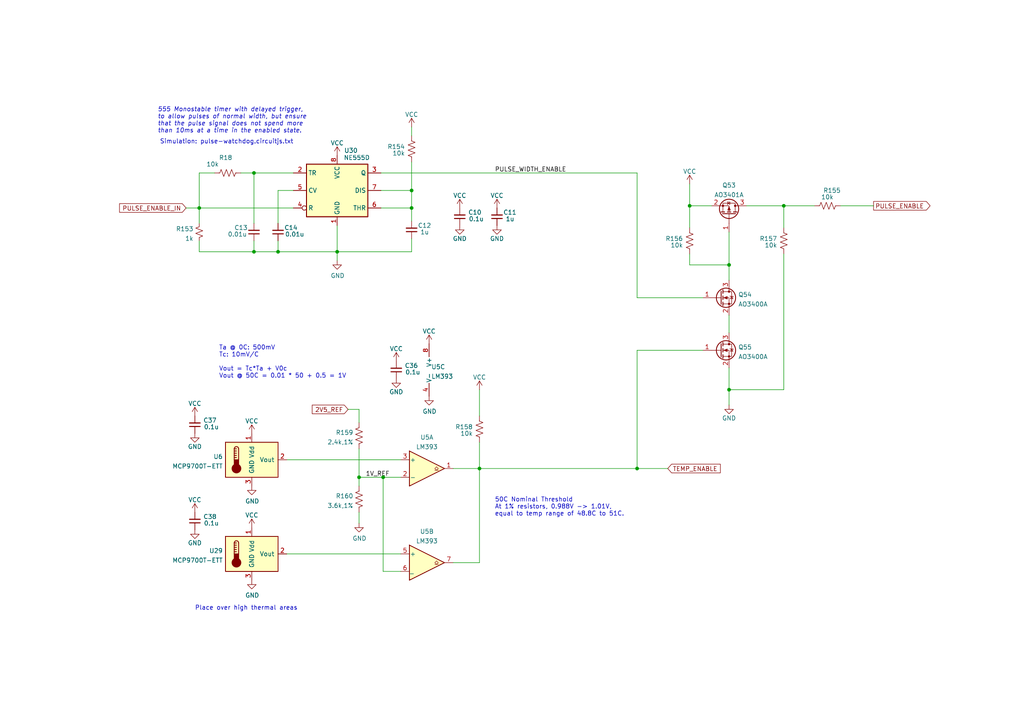
<source format=kicad_sch>
(kicad_sch (version 20211123) (generator eeschema)
  (paper "A4")
  (title_block (title "Luminator MAX3000 Custom Driver Board") (date "2023-03-21") (rev "E"))
  (lib_symbols
    (symbol "Comparator:LM393" (pin_names (offset 0.127))
      (property "Reference" "U" (at 3.81 3.81 0))
      (property "Value" "LM393" (at 6.35 -3.81 0))
      (symbol "LM393_1_1"
        (polyline (pts (xy -5.08 5.08) (xy 5.08 0) (xy -5.08 -5.08) (xy -5.08 5.08)) (stroke (width 0.254)) (fill (type background)))
        (polyline (pts (xy 3.302 -0.508) (xy 2.794 -0.508) (xy 3.302 0) (xy 2.794 0.508) (xy 2.286 0) (xy 2.794 -0.508) (xy 2.286 -0.508)) (stroke (width 0.127)))
        (pin open_collector line (at 7.62 0 180) (length 2.54) (name "~") (number "1"))
        (pin input line (at -7.62 -2.54 0) (length 2.54) (name "-") (number "2"))
        (pin input line (at -7.62 2.54 0) (length 2.54) (name "+") (number "3"))
      )
      (symbol "LM393_2_1"
        (polyline (pts (xy -5.08 5.08) (xy 5.08 0) (xy -5.08 -5.08) (xy -5.08 5.08)) (stroke (width 0.254)) (fill (type background)))
        (polyline (pts (xy 3.302 -0.508) (xy 2.794 -0.508) (xy 3.302 0) (xy 2.794 0.508) (xy 2.286 0) (xy 2.794 -0.508) (xy 2.286 -0.508)) (stroke (width 0.127)))
        (pin input line (at -7.62 2.54 0) (length 2.54) (name "+") (number "5"))
        (pin input line (at -7.62 -2.54 0) (length 2.54) (name "_") (number "6"))
        (pin open_collector line (at 7.62 0 180) (length 2.54) (name "~") (number "7"))
      )
      (symbol "LM393_3_1"
        (pin power_in line (at -2.54 -7.62 90) (length 3.81) (name "V-") (number "4"))
        (pin power_in line (at -2.54 7.62 270) (length 3.81) (name "V+") (number "8"))
      )
    )
    (symbol "Device:C_Small" (pin_numbers hide) (pin_names (offset 0.254) hide)
      (property "Reference" "C" (at 0.254 1.778 0))
      (property "Value" "C_Small" (at 0.254 -2.032 0))
      (symbol "C_Small_0_1"
        (polyline (pts (xy -1.524 -0.508) (xy 1.524 -0.508)) (stroke (width 0.3302)))
        (polyline (pts (xy -1.524 0.508) (xy 1.524 0.508)) (stroke (width 0.3048)))
      )
      (symbol "C_Small_1_1"
        (pin passive line (at 0 2.54 270) (length 2.032) (name "~") (number "1"))
        (pin passive line (at 0 -2.54 90) (length 2.032) (name "~") (number "2"))
      )
    )
    (symbol "Device:Q_PMOS_GSD" (pin_names (offset 0) hide)
      (property "Reference" "Q" (at 5.08 1.27 0))
      (property "Value" "Q_PMOS_GSD" (at 5.08 -1.27 0))
      (symbol "Q_PMOS_GSD_0_1"
        (polyline (pts (xy 0.254 0) (xy -2.54 0)))
        (polyline (pts (xy 0.254 1.905) (xy 0.254 -1.905)) (stroke (width 0.254)))
        (polyline (pts (xy 0.762 -1.27) (xy 0.762 -2.286)) (stroke (width 0.254)))
        (polyline (pts (xy 0.762 0.508) (xy 0.762 -0.508)) (stroke (width 0.254)))
        (polyline (pts (xy 0.762 2.286) (xy 0.762 1.27)) (stroke (width 0.254)))
        (polyline (pts (xy 2.54 2.54) (xy 2.54 1.778)))
        (polyline (pts (xy 2.54 -2.54) (xy 2.54 0) (xy 0.762 0)))
        (polyline (pts (xy 0.762 1.778) (xy 3.302 1.778) (xy 3.302 -1.778) (xy 0.762 -1.778)))
        (polyline (pts (xy 2.286 0) (xy 1.27 0.381) (xy 1.27 -0.381) (xy 2.286 0)) (fill (type outline)))
        (polyline (pts (xy 2.794 -0.508) (xy 2.921 -0.381) (xy 3.683 -0.381) (xy 3.81 -0.254)))
        (polyline (pts (xy 3.302 -0.381) (xy 2.921 0.254) (xy 3.683 0.254) (xy 3.302 -0.381)))
        (circle (center 1.651 0) (radius 2.794) (stroke (width 0.254)))
        (circle (center 2.54 -1.778) (radius 0.254) (fill (type outline)))
        (circle (center 2.54 1.778) (radius 0.254) (fill (type outline)))
      )
      (symbol "Q_PMOS_GSD_1_1"
        (pin input line (at -5.08 0 0) (length 2.54) (name "G") (number "1"))
        (pin passive line (at 2.54 -5.08 90) (length 2.54) (name "S") (number "2"))
        (pin passive line (at 2.54 5.08 270) (length 2.54) (name "D") (number "3"))
      )
    )
    (symbol "Device:R_Small_US" (pin_numbers hide) (pin_names (offset 0.254) hide)
      (property "Reference" "R" (at 0.762 0.508 0))
      (property "Value" "R_Small_US" (at 0.762 -1.016 0))
      (symbol "R_Small_US_1_1"
        (polyline (pts (xy 0 0) (xy 1.016 -0.381) (xy 0 -0.762) (xy -1.016 -1.143) (xy 0 -1.524)))
        (polyline (pts (xy 0 1.524) (xy 1.016 1.143) (xy 0 0.762) (xy -1.016 0.381) (xy 0 0)))
        (pin passive line (at 0 2.54 270) (length 1.016) (name "~") (number "1"))
        (pin passive line (at 0 -2.54 90) (length 1.016) (name "~") (number "2"))
      )
    )
    (symbol "Device:R_US" (pin_numbers hide) (pin_names (offset 0))
      (property "Reference" "R" (at 2.54 0 90))
      (property "Value" "R_US" (at -2.54 0 90))
      (symbol "R_US_0_1"
        (polyline (pts (xy 0 -2.286) (xy 0 -2.54)))
        (polyline (pts (xy 0 2.286) (xy 0 2.54)))
        (polyline (pts (xy 0 -0.762) (xy 1.016 -1.143) (xy 0 -1.524) (xy -1.016 -1.905) (xy 0 -2.286)))
        (polyline (pts (xy 0 0.762) (xy 1.016 0.381) (xy 0 0) (xy -1.016 -0.381) (xy 0 -0.762)))
        (polyline (pts (xy 0 2.286) (xy 1.016 1.905) (xy 0 1.524) (xy -1.016 1.143) (xy 0 0.762)))
      )
      (symbol "R_US_1_1"
        (pin passive line (at 0 3.81 270) (length 1.27) (name "~") (number "1"))
        (pin passive line (at 0 -3.81 90) (length 1.27) (name "~") (number "2"))
      )
    )
    (symbol "Sensor_Temperature:MCP9700T-ETT" (pin_names (offset 1.016))
      (property "Reference" "U" (at -6.35 6.35 0))
      (property "Value" "MCP9700T-ETT" (at 1.27 6.35 0))
      (symbol "MCP9700T-ETT_0_1"
        (rectangle (start -7.62 5.08) (end 7.62 -5.08) (stroke (width 0.254)) (fill (type background)))
        (circle (center -4.445 -2.54) (radius 1.27) (stroke (width 0.254)) (fill (type outline)))
        (rectangle (start -3.81 -1.905) (end -5.08 0) (stroke (width 0.254)) (fill (type outline)))
        (arc (start -3.81 3.175) (mid -4.445 3.81) (end -5.08 3.175) (stroke (width 0.254)))
        (polyline (pts (xy -5.08 0.635) (xy -4.445 0.635)) (stroke (width 0.254)))
        (polyline (pts (xy -5.08 1.27) (xy -4.445 1.27)) (stroke (width 0.254)))
        (polyline (pts (xy -5.08 1.905) (xy -4.445 1.905)) (stroke (width 0.254)))
        (polyline (pts (xy -5.08 2.54) (xy -4.445 2.54)) (stroke (width 0.254)))
        (polyline (pts (xy -5.08 3.175) (xy -5.08 0)) (stroke (width 0.254)))
        (polyline (pts (xy -5.08 3.175) (xy -4.445 3.175)) (stroke (width 0.254)))
        (polyline (pts (xy -3.81 3.175) (xy -3.81 0)) (stroke (width 0.254)))
      )
      (symbol "MCP9700T-ETT_1_1"
        (pin power_in line (at 0 7.62 270) (length 2.54) (name "Vdd") (number "1"))
        (pin output line (at 10.16 0 180) (length 2.54) (name "Vout") (number "2"))
        (pin power_in line (at 0 -7.62 90) (length 2.54) (name "GND") (number "3"))
      )
    )
    (symbol "Timer:NE555D"
      (property "Reference" "U" (at -10.16 8.89 0))
      (property "Value" "NE555D" (at 2.54 8.89 0))
      (symbol "NE555D_0_0"
        (pin power_in line (at 0 -10.16 90) (length 2.54) (name "GND") (number "1"))
        (pin power_in line (at 0 10.16 270) (length 2.54) (name "VCC") (number "8"))
      )
      (symbol "NE555D_0_1"
        (rectangle (start -8.89 -7.62) (end 8.89 7.62) (stroke (width 0.254)) (fill (type background)))
        (rectangle (start -8.89 -7.62) (end 8.89 7.62) (stroke (width 0.254)) (fill (type background)))
      )
      (symbol "NE555D_1_1"
        (pin input line (at -12.7 5.08 0) (length 3.81) (name "TR") (number "2"))
        (pin output line (at 12.7 5.08 180) (length 3.81) (name "Q") (number "3"))
        (pin input inverted (at -12.7 -5.08 0) (length 3.81) (name "R") (number "4"))
        (pin input line (at -12.7 0 0) (length 3.81) (name "CV") (number "5"))
        (pin input line (at 12.7 -5.08 180) (length 3.81) (name "THR") (number "6"))
        (pin input line (at 12.7 0 180) (length 3.81) (name "DIS") (number "7"))
      )
    )
    (symbol "Transistor_FET:BSS138" (pin_names hide)
      (property "Reference" "Q" (at 5.08 1.905 0))
      (property "Value" "BSS138" (at 5.08 0 0))
      (symbol "BSS138_0_1"
        (polyline (pts (xy 0.254 0) (xy -2.54 0)))
        (polyline (pts (xy 0.254 1.905) (xy 0.254 -1.905)) (stroke (width 0.254)))
        (polyline (pts (xy 0.762 -1.27) (xy 0.762 -2.286)) (stroke (width 0.254)))
        (polyline (pts (xy 0.762 0.508) (xy 0.762 -0.508)) (stroke (width 0.254)))
        (polyline (pts (xy 0.762 2.286) (xy 0.762 1.27)) (stroke (width 0.254)))
        (polyline (pts (xy 2.54 2.54) (xy 2.54 1.778)))
        (polyline (pts (xy 2.54 -2.54) (xy 2.54 0) (xy 0.762 0)))
        (polyline (pts (xy 0.762 -1.778) (xy 3.302 -1.778) (xy 3.302 1.778) (xy 0.762 1.778)))
        (polyline (pts (xy 1.016 0) (xy 2.032 0.381) (xy 2.032 -0.381) (xy 1.016 0)) (fill (type outline)))
        (polyline (pts (xy 2.794 0.508) (xy 2.921 0.381) (xy 3.683 0.381) (xy 3.81 0.254)))
        (polyline (pts (xy 3.302 0.381) (xy 2.921 -0.254) (xy 3.683 -0.254) (xy 3.302 0.381)))
        (circle (center 1.651 0) (radius 2.794) (stroke (width 0.254)))
        (circle (center 2.54 -1.778) (radius 0.254) (fill (type outline)))
        (circle (center 2.54 1.778) (radius 0.254) (fill (type outline)))
      )
      (symbol "BSS138_1_1"
        (pin input line (at -5.08 0 0) (length 2.54) (name "G") (number "1"))
        (pin passive line (at 2.54 -5.08 90) (length 2.54) (name "S") (number "2"))
        (pin passive line (at 2.54 5.08 270) (length 2.54) (name "D") (number "3"))
      )
    )
    (symbol "power:GND" (power) (pin_names (offset 0))
      (property "Value" "GND" (at 0 -3.81 0))
      (symbol "GND_0_1"
        (polyline (pts (xy 0 0) (xy 0 -1.27) (xy 1.27 -1.27) (xy 0 -2.54) (xy -1.27 -1.27) (xy 0 -1.27)))
      )
      (symbol "GND_1_1"
        (pin power_in line (at 0 0 270) (length 0) hide (name "GND") (number "1"))
      )
    )
    (symbol "power:VCC" (power) (pin_names (offset 0))
      (property "Value" "VCC" (at 0 3.81 0))
      (symbol "VCC_0_1"
        (polyline (pts (xy -0.762 1.27) (xy 0 2.54)))
        (polyline (pts (xy 0 0) (xy 0 2.54)))
        (polyline (pts (xy 0 2.54) (xy 0.762 1.27)))
      )
      (symbol "VCC_1_1"
        (pin power_in line (at 0 0 90) (length 0) hide (name "VCC") (number "1"))
      )
    )
  )
  (junction (at 73.66 73.025))
  (junction (at 211.455 76.835))
  (junction (at 73.66 50.165))
  (junction (at 97.79 73.025))
  (junction (at 211.455 113.03))
  (junction (at 111.125 138.43))
  (junction (at 80.645 73.025))
  (junction (at 104.14 138.43))
  (junction (at 57.785 60.325))
  (junction (at 184.785 135.89))
  (junction (at 119.38 60.325))
  (junction (at 139.065 135.89))
  (junction (at 200.025 59.69))
  (junction (at 227.33 59.69))
  (junction (at 119.38 55.245))
  (wire (pts (xy 139.065 113.03) (xy 139.065 120.65)))
  (wire (pts (xy 139.065 135.89) (xy 184.785 135.89)))
  (wire (pts (xy 119.38 36.83) (xy 119.38 39.37)))
  (wire (pts (xy 80.645 69.85) (xy 80.645 73.025)))
  (wire (pts (xy 57.785 60.325) (xy 57.785 64.77)))
  (wire (pts (xy 211.455 113.03) (xy 211.455 106.68)))
  (wire (pts (xy 227.33 113.03) (xy 211.455 113.03)))
  (wire (pts (xy 184.785 135.89) (xy 193.675 135.89)))
  (wire (pts (xy 139.065 163.195) (xy 139.065 135.89)))
  (wire (pts (xy 139.065 128.27) (xy 139.065 135.89)))
  (wire (pts (xy 184.785 135.89) (xy 184.785 101.6)))
  (wire (pts (xy 73.66 69.85) (xy 73.66 73.025)))
  (wire (pts (xy 227.33 59.69) (xy 236.22 59.69)))
  (wire (pts (xy 243.84 59.69) (xy 253.365 59.69)))
  (wire (pts (xy 104.14 138.43) (xy 104.14 140.97)))
  (wire (pts (xy 53.975 60.325) (xy 57.785 60.325)))
  (wire (pts (xy 184.785 50.165) (xy 184.785 86.36)))
  (wire (pts (xy 216.535 59.69) (xy 227.33 59.69)))
  (wire (pts (xy 184.785 101.6) (xy 203.835 101.6)))
  (wire (pts (xy 200.025 53.34) (xy 200.025 59.69)))
  (wire (pts (xy 110.49 60.325) (xy 119.38 60.325)))
  (wire (pts (xy 73.66 50.165) (xy 85.09 50.165)))
  (wire (pts (xy 73.66 73.025) (xy 80.645 73.025)))
  (wire (pts (xy 110.49 50.165) (xy 184.785 50.165)))
  (wire (pts (xy 119.38 55.245) (xy 119.38 60.325)))
  (wire (pts (xy 110.49 55.245) (xy 119.38 55.245)))
  (wire (pts (xy 104.14 138.43) (xy 111.125 138.43)))
  (wire (pts (xy 227.33 59.69) (xy 227.33 66.04)))
  (wire (pts (xy 111.125 165.735) (xy 111.125 138.43)))
  (wire (pts (xy 111.125 138.43) (xy 116.205 138.43)))
  (wire (pts (xy 57.785 50.165) (xy 62.23 50.165)))
  (wire (pts (xy 184.785 86.36) (xy 203.835 86.36)))
  (wire (pts (xy 116.205 160.655) (xy 83.185 160.655)))
  (wire (pts (xy 119.38 55.245) (xy 119.38 46.99)))
  (wire (pts (xy 131.445 163.195) (xy 139.065 163.195)))
  (wire (pts (xy 119.38 69.215) (xy 119.38 73.025)))
  (wire (pts (xy 211.455 113.03) (xy 211.455 117.475)))
  (wire (pts (xy 200.025 76.835) (xy 200.025 73.66)))
  (wire (pts (xy 100.965 118.745) (xy 104.14 118.745)))
  (wire (pts (xy 57.785 60.325) (xy 57.785 50.165)))
  (wire (pts (xy 57.785 69.85) (xy 57.785 73.025)))
  (wire (pts (xy 131.445 135.89) (xy 139.065 135.89)))
  (wire (pts (xy 97.79 73.025) (xy 119.38 73.025)))
  (wire (pts (xy 57.785 60.325) (xy 85.09 60.325)))
  (wire (pts (xy 206.375 59.69) (xy 200.025 59.69)))
  (wire (pts (xy 85.09 55.245) (xy 80.645 55.245)))
  (wire (pts (xy 80.645 55.245) (xy 80.645 64.77)))
  (wire (pts (xy 73.66 50.165) (xy 73.66 64.77)))
  (wire (pts (xy 97.79 73.025) (xy 97.79 65.405)))
  (wire (pts (xy 200.025 59.69) (xy 200.025 66.04)))
  (wire (pts (xy 104.14 118.745) (xy 104.14 122.555)))
  (wire (pts (xy 227.33 73.66) (xy 227.33 113.03)))
  (wire (pts (xy 57.785 73.025) (xy 73.66 73.025)))
  (wire (pts (xy 104.14 148.59) (xy 104.14 151.765)))
  (wire (pts (xy 116.205 133.35) (xy 83.185 133.35)))
  (wire (pts (xy 211.455 76.835) (xy 211.455 81.28)))
  (wire (pts (xy 97.79 75.565) (xy 97.79 73.025)))
  (wire (pts (xy 211.455 67.31) (xy 211.455 76.835)))
  (wire (pts (xy 119.38 60.325) (xy 119.38 64.135)))
  (wire (pts (xy 104.14 130.175) (xy 104.14 138.43)))
  (wire (pts (xy 116.205 165.735) (xy 111.125 165.735)))
  (wire (pts (xy 211.455 91.44) (xy 211.455 96.52)))
  (wire (pts (xy 80.645 73.025) (xy 97.79 73.025)))
  (wire (pts (xy 69.85 50.165) (xy 73.66 50.165)))
  (wire (pts (xy 211.455 76.835) (xy 200.025 76.835)))
  (text "Place over high thermal areas" (at 56.515 177.165 0) (effects (font (size 1.27 1.27)) (justify left bottom)))
  (text "555 Monostable timer with delayed trigger,\nto allow pulses of normal width, but ensure\nthat the pulse signal does not spend more \nthan 10ms at a time in the enabled state. " (at 45.72 38.735 0) (effects (font (size 1.27 1.27) italic) (justify left bottom)))
  (text "50C Nominal Threshold\nAt 1% resistors, 0.988V -> 1.01V,\nequal to temp range of 48.8C to 51C." (at 143.51 149.86 0) (effects (font (size 1.27 1.27)) (justify left bottom)))
  (text "Simulation: pulse-watchdog.circuitjs.txt" (at 46.355 41.91 0) (effects (font (size 1.27 1.27)) (justify left bottom)))
  (text "Ta @ 0C: 500mV\nTc: 10mV/C\n\nVout = Tc*Ta + V0c\nVout @ 50C = 0.01 * 50 + 0.5 = 1V" (at 63.5 109.855 0) (effects (font (size 1.27 1.27)) (justify left bottom)))
  (label "1V_REF" (at 106.045 138.43 0))
  (label "PULSE_WIDTH_ENABLE" (at 143.51 50.165 0))
  (global_label "2V5_REF" (shape input) (at 100.965 118.745 180) (property "Intersheet References" "${INTERSHEET_REFS}" (effects hide)))
  (global_label "TEMP_ENABLE" (shape input) (at 193.675 135.89 0) (property "Intersheet References" "${INTERSHEET_REFS}" (effects hide)))
  (global_label "PULSE_ENABLE" (shape output) (at 253.365 59.69 0) (property "Intersheet References" "${INTERSHEET_REFS}" (effects hide)))
  (global_label "PULSE_ENABLE_IN" (shape input) (at 53.975 60.325 180) (property "Intersheet References" "${INTERSHEET_REFS}" (effects hide)))
  (symbol (lib_id "Device:R_US") (at 139.065 124.46 180) (unit 1)
    (property "Reference" "R158" (at 137.16 123.825 0) (effects (justify left)))
    (property "Value" "10k" (at 137.16 125.73 0) (effects (justify left)))
    (property "Footprint" "Resistor_SMD:R_0603_1608Metric" (effects hide))
    (property "LCSC" "C25804" (effects hide))
    (property "Digikey" "RMCF0603JT10K0CT-ND" (effects hide))
  )
  (symbol (lib_id "power:VCC") (at 200.025 53.34 0) (unit 1)
    (property "Reference" "#PWR026" (effects hide))
    (property "Value" "VCC" (at 200.025 49.7355 0))
  )
  (symbol (lib_id "Device:R_US") (at 104.14 126.365 0) (mirror y) (unit 1)
    (property "Reference" "R159" (at 102.489 125.4565 0) (effects (justify left)))
    (property "Value" "2.4k,1%" (at 102.489 128.2316 0) (effects (justify left)))
    (property "Footprint" "Resistor_SMD:R_0603_1608Metric" (effects hide))
    (property "LCSC" "C22940" (effects hide))
  )
  (symbol (lib_id "Transistor_FET:BSS138") (at 208.915 101.6 0) (unit 1)
    (property "Reference" "Q55" (at 214.122 100.6915 0) (effects (justify left)))
    (property "Value" "AO3400A" (at 214.122 103.4666 0) (effects (justify left)))
    (property "Footprint" "Package_TO_SOT_SMD:SOT-23" (effects hide))
    (property "Datasheet" "https://www.onsemi.com/pub/Collateral/BSS138-D.PDF" (effects hide))
    (property "Digikey" "785-1000-1-ND" (effects hide))
    (property "LCSC" "C20917" (effects hide))
  )
  (symbol (lib_id "Comparator:LM393") (at 121.92 107.315 0) (mirror y) (unit 3)
    (property "Reference" "U5" (at 125.095 106.4065 0) (effects (justify right)))
    (property "Value" "LM393" (at 125.095 109.1816 0) (effects (justify right)))
    (property "Footprint" "Package_SO:SOIC-8_3.9x4.9mm_P1.27mm" (effects hide))
    (property "Datasheet" "http://www.ti.com/lit/ds/symlink/lm393.pdf" (effects hide))
    (property "LCSC" "C7955" (effects hide))
  )
  (symbol (lib_id "Comparator:LM393") (at 123.825 163.195 0) (unit 2)
    (property "Reference" "U5" (at 123.825 154.1485 0))
    (property "Value" "LM393" (at 123.825 156.9236 0))
    (property "Footprint" "Package_SO:SOIC-8_3.9x4.9mm_P1.27mm" (effects hide))
    (property "Datasheet" "http://www.ti.com/lit/ds/symlink/lm393.pdf" (effects hide))
    (property "LCSC" "C7955" (effects hide))
  )
  (symbol (lib_id "Device:C_Small") (at 114.935 107.315 180) (unit 1)
    (property "Reference" "C36" (at 121.285 106.045 0) (effects (justify left)))
    (property "Value" "0.1u" (at 121.92 107.95 0) (effects (justify left)))
    (property "Footprint" "Capacitor_SMD:C_0603_1608Metric" (effects hide))
    (property "LCSC" "C14663" (effects hide))
    (property "Digikey" "311-1344-1-ND" (effects hide))
  )
  (symbol (lib_id "power:VCC") (at 73.025 125.73 0) (unit 1)
    (property "Reference" "#PWR038" (effects hide))
    (property "Value" "VCC" (at 73.025 122.1255 0))
  )
  (symbol (lib_id "power:VCC") (at 139.065 113.03 0) (unit 1)
    (property "Reference" "#PWR032" (effects hide))
    (property "Value" "VCC" (at 139.065 109.4255 0))
  )
  (symbol (lib_id "power:GND") (at 133.35 65.405 0) (mirror y) (unit 1)
    (property "Reference" "#PWR05" (effects hide))
    (property "Value" "GND" (at 133.35 69.215 0))
  )
  (symbol (lib_id "Comparator:LM393") (at 123.825 135.89 0) (unit 1)
    (property "Reference" "U5" (at 123.825 126.8435 0))
    (property "Value" "LM393" (at 123.825 129.6186 0))
    (property "Footprint" "Package_SO:SOIC-8_3.9x4.9mm_P1.27mm" (effects hide))
    (property "Datasheet" "http://www.ti.com/lit/ds/symlink/lm393.pdf" (effects hide))
    (property "LCSC" "C7955" (effects hide))
  )
  (symbol (lib_id "power:GND") (at 114.935 109.855 0) (mirror y) (unit 1)
    (property "Reference" "#PWR029" (effects hide))
    (property "Value" "GND" (at 114.935 113.665 0))
  )
  (symbol (lib_id "Device:R_US") (at 227.33 69.85 180) (unit 1)
    (property "Reference" "R157" (at 225.425 69.215 0) (effects (justify left)))
    (property "Value" "10k" (at 225.425 71.12 0) (effects (justify left)))
    (property "Footprint" "Resistor_SMD:R_0603_1608Metric" (effects hide))
    (property "LCSC" "C25804" (effects hide))
    (property "Digikey" "RMCF0603JT10K0CT-ND" (effects hide))
  )
  (symbol (lib_id "power:GND") (at 73.025 168.275 0) (unit 1)
    (property "Reference" "#PWR046" (effects hide))
    (property "Value" "GND" (at 73.152 172.6692 0))
  )
  (symbol (lib_id "Device:R_US") (at 200.025 69.85 180) (unit 1)
    (property "Reference" "R156" (at 198.12 69.215 0) (effects (justify left)))
    (property "Value" "10k" (at 198.12 71.12 0) (effects (justify left)))
    (property "Footprint" "Resistor_SMD:R_0603_1608Metric" (effects hide))
    (property "LCSC" "C25804" (effects hide))
    (property "Digikey" "RMCF0603JT10K0CT-ND" (effects hide))
  )
  (symbol (lib_id "power:VCC") (at 56.515 148.59 0) (unit 1)
    (property "Reference" "#PWR040" (effects hide))
    (property "Value" "VCC" (at 56.515 144.9855 0))
  )
  (symbol (lib_id "Sensor_Temperature:MCP9700T-ETT") (at 73.025 160.655 0) (unit 1)
    (property "Reference" "U29" (at 64.643 159.7465 0) (effects (justify right)))
    (property "Value" "MCP9700T-ETT" (at 64.643 162.5216 0) (effects (justify right)))
    (property "Footprint" "Package_TO_SOT_SMD:SOT-23" (effects hide))
    (property "Datasheet" "http://ww1.microchip.com/downloads/en/DeviceDoc/21942e.pdf" (effects hide))
    (property "LCSC" "C42288" (effects hide))
  )
  (symbol (lib_id "power:VCC") (at 97.79 45.085 0) (unit 1)
    (property "Reference" "#PWR010" (effects hide))
    (property "Value" "VCC" (at 97.79 41.4805 0))
  )
  (symbol (lib_id "power:GND") (at 144.145 65.405 0) (mirror y) (unit 1)
    (property "Reference" "#PWR09" (effects hide))
    (property "Value" "GND" (at 144.145 69.215 0))
  )
  (symbol (lib_id "Device:R_Small_US") (at 57.785 67.31 0) (mirror x) (unit 1)
    (property "Reference" "R153" (at 56.134 66.4015 0) (effects (justify right)))
    (property "Value" "1k" (at 56.134 69.1766 0) (effects (justify right)))
    (property "Footprint" "Resistor_SMD:R_0603_1608Metric" (effects hide))
    (property "LCSC" "C21190" (effects hide))
    (property "Digikey" "RNCP0603FTD1K00CT-ND" (effects hide))
  )
  (symbol (lib_id "power:VCC") (at 124.46 99.695 0) (unit 1)
    (property "Reference" "#PWR027" (effects hide))
    (property "Value" "VCC" (at 124.46 96.0905 0))
  )
  (symbol (lib_id "power:GND") (at 73.025 140.97 0) (unit 1)
    (property "Reference" "#PWR039" (effects hide))
    (property "Value" "GND" (at 73.152 145.3642 0))
  )
  (symbol (lib_id "Transistor_FET:BSS138") (at 208.915 86.36 0) (unit 1)
    (property "Reference" "Q54" (at 214.122 85.4515 0) (effects (justify left)))
    (property "Value" "AO3400A" (at 214.122 88.2266 0) (effects (justify left)))
    (property "Footprint" "Package_TO_SOT_SMD:SOT-23" (effects hide))
    (property "Datasheet" "https://www.onsemi.com/pub/Collateral/BSS138-D.PDF" (effects hide))
    (property "Digikey" "785-1000-1-ND" (effects hide))
    (property "LCSC" "C20917" (effects hide))
  )
  (symbol (lib_id "Device:R_US") (at 119.38 43.18 180) (unit 1)
    (property "Reference" "R154" (at 117.475 42.545 0) (effects (justify left)))
    (property "Value" "10k" (at 117.475 44.45 0) (effects (justify left)))
    (property "Footprint" "Resistor_SMD:R_0603_1608Metric" (effects hide))
    (property "LCSC" "C25804" (effects hide))
    (property "Digikey" "RMCF0603JT10K0CT-ND" (effects hide))
  )
  (symbol (lib_id "Device:C_Small") (at 144.145 62.865 180) (unit 1)
    (property "Reference" "C11" (at 149.86 61.595 0) (effects (justify left)))
    (property "Value" "1u" (at 149.225 63.5 0) (effects (justify left)))
    (property "Footprint" "Capacitor_SMD:C_0603_1608Metric" (effects hide))
    (property "LCSC" "C15849" (effects hide))
    (property "Digikey" "1276-1860-1-ND" (effects hide))
  )
  (symbol (lib_id "power:GND") (at 56.515 125.73 0) (mirror y) (unit 1)
    (property "Reference" "#PWR037" (effects hide))
    (property "Value" "GND" (at 56.515 129.54 0))
  )
  (symbol (lib_id "power:VCC") (at 133.35 60.325 0) (unit 1)
    (property "Reference" "#PWR01" (effects hide))
    (property "Value" "VCC" (at 133.35 56.7205 0))
  )
  (symbol (lib_id "power:GND") (at 104.14 151.765 0) (unit 1)
    (property "Reference" "#PWR042" (effects hide))
    (property "Value" "GND" (at 104.267 156.1592 0))
  )
  (symbol (lib_id "Device:R_US") (at 240.03 59.69 270) (unit 1)
    (property "Reference" "R155" (at 238.76 55.245 90) (effects (justify left)))
    (property "Value" "10k" (at 238.125 57.15 90) (effects (justify left)))
    (property "Footprint" "Resistor_SMD:R_0603_1608Metric" (effects hide))
    (property "LCSC" "C25804" (effects hide))
    (property "Digikey" "RMCF0603JT10K0CT-ND" (effects hide))
  )
  (symbol (lib_id "power:GND") (at 56.515 153.67 0) (mirror y) (unit 1)
    (property "Reference" "#PWR045" (effects hide))
    (property "Value" "GND" (at 56.515 157.48 0))
  )
  (symbol (lib_id "Device:C_Small") (at 80.645 67.31 180) (unit 1)
    (property "Reference" "C14" (at 86.36 66.04 0) (effects (justify left)))
    (property "Value" "0.01u" (at 88.265 67.945 0) (effects (justify left)))
    (property "Footprint" "Capacitor_SMD:C_0603_1608Metric" (effects hide))
    (property "LCSC" "C57112" (effects hide))
    (property "Digikey" "1276-1009-1-ND" (effects hide))
  )
  (symbol (lib_id "Device:C_Small") (at 73.66 67.31 0) (mirror x) (unit 1)
    (property "Reference" "C13" (at 67.945 66.04 0) (effects (justify left)))
    (property "Value" "0.01u" (at 66.04 67.945 0) (effects (justify left)))
    (property "Footprint" "Capacitor_SMD:C_0603_1608Metric" (effects hide))
    (property "LCSC" "C57112" (effects hide))
    (property "Digikey" "1276-1009-1-ND" (effects hide))
  )
  (symbol (lib_id "Timer:NE555D") (at 97.79 55.245 0) (unit 1)
    (property "Reference" "U30" (at 99.8094 43.6585 0) (effects (justify left)))
    (property "Value" "NE555D" (at 99.695 45.72 0) (effects (justify left)))
    (property "Footprint" "Package_SO:SOIC-8_3.9x4.9mm_P1.27mm" (effects hide))
    (property "Datasheet" "http://www.ti.com/lit/ds/symlink/ne555.pdf" (effects hide))
    (property "LCSC" "C7593" (effects hide))
    (property "Digikey" "296-6501-1-ND" (effects hide))
  )
  (symbol (lib_id "power:VCC") (at 114.935 104.775 0) (unit 1)
    (property "Reference" "#PWR028" (effects hide))
    (property "Value" "VCC" (at 114.935 101.1705 0))
  )
  (symbol (lib_id "Sensor_Temperature:MCP9700T-ETT") (at 73.025 133.35 0) (unit 1)
    (property "Reference" "U6" (at 64.643 132.4415 0) (effects (justify right)))
    (property "Value" "MCP9700T-ETT" (at 64.643 135.2166 0) (effects (justify right)))
    (property "Footprint" "Package_TO_SOT_SMD:SOT-23" (effects hide))
    (property "Datasheet" "http://ww1.microchip.com/downloads/en/DeviceDoc/21942e.pdf" (effects hide))
    (property "LCSC" "C42288" (effects hide))
  )
  (symbol (lib_id "power:VCC") (at 119.38 36.83 0) (unit 1)
    (property "Reference" "#PWR04" (effects hide))
    (property "Value" "VCC" (at 119.38 33.2255 0))
  )
  (symbol (lib_id "power:VCC") (at 144.145 60.325 0) (unit 1)
    (property "Reference" "#PWR03" (effects hide))
    (property "Value" "VCC" (at 144.145 56.7205 0))
  )
  (symbol (lib_id "power:GND") (at 124.46 114.935 0) (unit 1)
    (property "Reference" "#PWR030" (effects hide))
    (property "Value" "GND" (at 124.587 119.3292 0))
  )
  (symbol (lib_id "Device:C_Small") (at 56.515 123.19 180) (unit 1)
    (property "Reference" "C37" (at 62.865 121.92 0) (effects (justify left)))
    (property "Value" "0.1u" (at 63.5 123.825 0) (effects (justify left)))
    (property "Footprint" "Capacitor_SMD:C_0603_1608Metric" (effects hide))
    (property "LCSC" "C14663" (effects hide))
    (property "Digikey" "311-1344-1-ND" (effects hide))
  )
  (symbol (lib_id "Device:C_Small") (at 119.38 66.675 180) (unit 1)
    (property "Reference" "C12" (at 125.095 65.405 0) (effects (justify left)))
    (property "Value" "1u" (at 124.46 67.31 0) (effects (justify left)))
    (property "Footprint" "Capacitor_SMD:C_0603_1608Metric" (effects hide))
    (property "LCSC" "C15849" (effects hide))
    (property "Digikey" "1276-1860-1-ND" (effects hide))
  )
  (symbol (lib_id "Device:C_Small") (at 56.515 151.13 180) (unit 1)
    (property "Reference" "C38" (at 62.865 149.86 0) (effects (justify left)))
    (property "Value" "0.1u" (at 63.5 151.765 0) (effects (justify left)))
    (property "Footprint" "Capacitor_SMD:C_0603_1608Metric" (effects hide))
    (property "LCSC" "C14663" (effects hide))
    (property "Digikey" "311-1344-1-ND" (effects hide))
  )
  (symbol (lib_id "power:GND") (at 97.79 75.565 0) (unit 1)
    (property "Reference" "#PWR013" (effects hide))
    (property "Value" "GND" (at 97.917 79.9592 0))
  )
  (symbol (lib_id "Device:R_US") (at 104.14 144.78 0) (mirror y) (unit 1)
    (property "Reference" "R160" (at 102.489 143.8715 0) (effects (justify left)))
    (property "Value" "3.6k,1%" (at 102.489 146.6466 0) (effects (justify left)))
    (property "Footprint" "Resistor_SMD:R_0603_1608Metric" (effects hide))
    (property "LCSC" "C22940" (effects hide))
  )
  (symbol (lib_id "power:VCC") (at 73.025 153.035 0) (unit 1)
    (property "Reference" "#PWR044" (effects hide))
    (property "Value" "VCC" (at 73.025 149.4305 0))
  )
  (symbol (lib_id "Device:Q_PMOS_GSD") (at 211.455 62.23 270) (mirror x) (unit 1)
    (property "Reference" "Q53" (at 211.455 53.7399 90))
    (property "Value" "AO3401A" (at 211.455 56.515 90))
    (property "Footprint" "Package_TO_SOT_SMD:SOT-23" (effects hide))
    (property "Digikey" "785-1001-1-ND" (effects hide))
    (property "LCSC" "C15127" (effects hide))
  )
  (symbol (lib_id "power:GND") (at 211.455 117.475 0) (mirror y) (unit 1)
    (property "Reference" "#PWR035" (effects hide))
    (property "Value" "GND" (at 211.455 121.285 0))
  )
  (symbol (lib_id "power:VCC") (at 56.515 120.65 0) (unit 1)
    (property "Reference" "#PWR036" (effects hide))
    (property "Value" "VCC" (at 56.515 117.0455 0))
  )
  (symbol (lib_id "Device:R_US") (at 66.04 50.165 270) (unit 1)
    (property "Reference" "R18" (at 63.5 45.72 90) (effects (justify left)))
    (property "Value" "10k" (at 63.5 47.625 90) (effects (justify right)))
    (property "Footprint" "Resistor_SMD:R_0603_1608Metric" (effects hide))
    (property "LCSC" "C25804" (effects hide))
    (property "Digikey" "RMCF0603JT10K0CT-ND" (effects hide))
  )
  (symbol (lib_id "Device:C_Small") (at 133.35 62.865 180) (unit 1)
    (property "Reference" "C10" (at 139.7 61.595 0) (effects (justify left)))
    (property "Value" "0.1u" (at 140.335 63.5 0) (effects (justify left)))
    (property "Footprint" "Capacitor_SMD:C_0603_1608Metric" (effects hide))
    (property "LCSC" "C14663" (effects hide))
    (property "Digikey" "311-1344-1-ND" (effects hide))
  )
)
</source>
